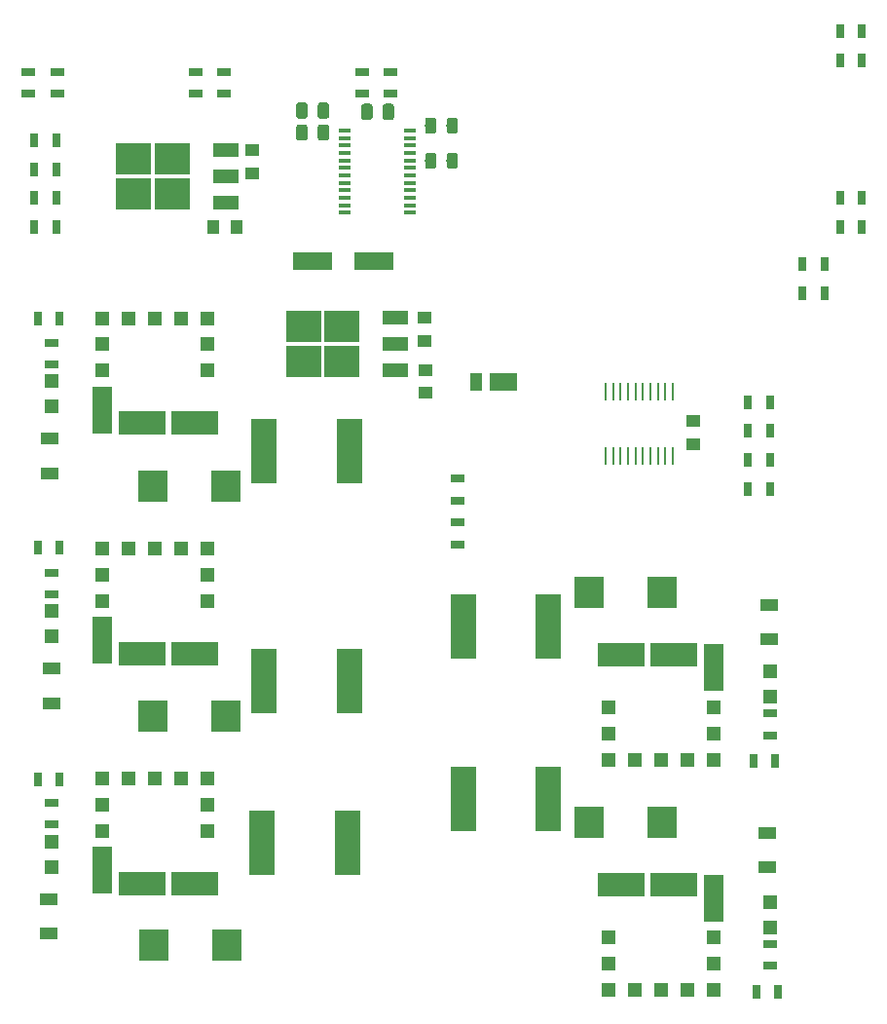
<source format=gbr>
G04 #@! TF.GenerationSoftware,KiCad,Pcbnew,(5.1.4-0-10_14)*
G04 #@! TF.CreationDate,2019-09-27T20:48:50-06:00*
G04 #@! TF.ProjectId,LED suit power,4c454420-7375-4697-9420-706f7765722e,rev?*
G04 #@! TF.SameCoordinates,Original*
G04 #@! TF.FileFunction,Paste,Top*
G04 #@! TF.FilePolarity,Positive*
%FSLAX46Y46*%
G04 Gerber Fmt 4.6, Leading zero omitted, Abs format (unit mm)*
G04 Created by KiCad (PCBNEW (5.1.4-0-10_14)) date 2019-09-27 20:48:50*
%MOMM*%
%LPD*%
G04 APERTURE LIST*
%ADD10C,0.100000*%
%ADD11C,0.975000*%
%ADD12R,1.100000X0.400000*%
%ADD13R,1.250000X1.000000*%
%ADD14R,1.050000X1.500000*%
%ADD15R,2.400000X1.500000*%
%ADD16R,0.249200X1.549200*%
%ADD17R,1.200000X1.200000*%
%ADD18R,1.300000X0.700000*%
%ADD19R,3.500000X1.600000*%
%ADD20R,0.700000X1.300000*%
%ADD21R,1.000000X1.250000*%
%ADD22R,3.050000X2.750000*%
%ADD23R,2.200000X1.200000*%
%ADD24R,1.600000X1.000000*%
%ADD25R,2.300000X5.600000*%
%ADD26R,2.550000X2.700000*%
%ADD27R,1.270000X1.270000*%
%ADD28R,4.060000X2.030000*%
%ADD29R,1.780000X4.060000*%
G04 APERTURE END LIST*
D10*
G36*
X141030142Y-113701174D02*
G01*
X141053803Y-113704684D01*
X141077007Y-113710496D01*
X141099529Y-113718554D01*
X141121153Y-113728782D01*
X141141670Y-113741079D01*
X141160883Y-113755329D01*
X141178607Y-113771393D01*
X141194671Y-113789117D01*
X141208921Y-113808330D01*
X141221218Y-113828847D01*
X141231446Y-113850471D01*
X141239504Y-113872993D01*
X141245316Y-113896197D01*
X141248826Y-113919858D01*
X141250000Y-113943750D01*
X141250000Y-114856250D01*
X141248826Y-114880142D01*
X141245316Y-114903803D01*
X141239504Y-114927007D01*
X141231446Y-114949529D01*
X141221218Y-114971153D01*
X141208921Y-114991670D01*
X141194671Y-115010883D01*
X141178607Y-115028607D01*
X141160883Y-115044671D01*
X141141670Y-115058921D01*
X141121153Y-115071218D01*
X141099529Y-115081446D01*
X141077007Y-115089504D01*
X141053803Y-115095316D01*
X141030142Y-115098826D01*
X141006250Y-115100000D01*
X140518750Y-115100000D01*
X140494858Y-115098826D01*
X140471197Y-115095316D01*
X140447993Y-115089504D01*
X140425471Y-115081446D01*
X140403847Y-115071218D01*
X140383330Y-115058921D01*
X140364117Y-115044671D01*
X140346393Y-115028607D01*
X140330329Y-115010883D01*
X140316079Y-114991670D01*
X140303782Y-114971153D01*
X140293554Y-114949529D01*
X140285496Y-114927007D01*
X140279684Y-114903803D01*
X140276174Y-114880142D01*
X140275000Y-114856250D01*
X140275000Y-113943750D01*
X140276174Y-113919858D01*
X140279684Y-113896197D01*
X140285496Y-113872993D01*
X140293554Y-113850471D01*
X140303782Y-113828847D01*
X140316079Y-113808330D01*
X140330329Y-113789117D01*
X140346393Y-113771393D01*
X140364117Y-113755329D01*
X140383330Y-113741079D01*
X140403847Y-113728782D01*
X140425471Y-113718554D01*
X140447993Y-113710496D01*
X140471197Y-113704684D01*
X140494858Y-113701174D01*
X140518750Y-113700000D01*
X141006250Y-113700000D01*
X141030142Y-113701174D01*
X141030142Y-113701174D01*
G37*
D11*
X140762500Y-114400000D03*
D10*
G36*
X142905142Y-113701174D02*
G01*
X142928803Y-113704684D01*
X142952007Y-113710496D01*
X142974529Y-113718554D01*
X142996153Y-113728782D01*
X143016670Y-113741079D01*
X143035883Y-113755329D01*
X143053607Y-113771393D01*
X143069671Y-113789117D01*
X143083921Y-113808330D01*
X143096218Y-113828847D01*
X143106446Y-113850471D01*
X143114504Y-113872993D01*
X143120316Y-113896197D01*
X143123826Y-113919858D01*
X143125000Y-113943750D01*
X143125000Y-114856250D01*
X143123826Y-114880142D01*
X143120316Y-114903803D01*
X143114504Y-114927007D01*
X143106446Y-114949529D01*
X143096218Y-114971153D01*
X143083921Y-114991670D01*
X143069671Y-115010883D01*
X143053607Y-115028607D01*
X143035883Y-115044671D01*
X143016670Y-115058921D01*
X142996153Y-115071218D01*
X142974529Y-115081446D01*
X142952007Y-115089504D01*
X142928803Y-115095316D01*
X142905142Y-115098826D01*
X142881250Y-115100000D01*
X142393750Y-115100000D01*
X142369858Y-115098826D01*
X142346197Y-115095316D01*
X142322993Y-115089504D01*
X142300471Y-115081446D01*
X142278847Y-115071218D01*
X142258330Y-115058921D01*
X142239117Y-115044671D01*
X142221393Y-115028607D01*
X142205329Y-115010883D01*
X142191079Y-114991670D01*
X142178782Y-114971153D01*
X142168554Y-114949529D01*
X142160496Y-114927007D01*
X142154684Y-114903803D01*
X142151174Y-114880142D01*
X142150000Y-114856250D01*
X142150000Y-113943750D01*
X142151174Y-113919858D01*
X142154684Y-113896197D01*
X142160496Y-113872993D01*
X142168554Y-113850471D01*
X142178782Y-113828847D01*
X142191079Y-113808330D01*
X142205329Y-113789117D01*
X142221393Y-113771393D01*
X142239117Y-113755329D01*
X142258330Y-113741079D01*
X142278847Y-113728782D01*
X142300471Y-113718554D01*
X142322993Y-113710496D01*
X142346197Y-113704684D01*
X142369858Y-113701174D01*
X142393750Y-113700000D01*
X142881250Y-113700000D01*
X142905142Y-113701174D01*
X142905142Y-113701174D01*
G37*
D11*
X142637500Y-114400000D03*
D10*
G36*
X141030142Y-115601174D02*
G01*
X141053803Y-115604684D01*
X141077007Y-115610496D01*
X141099529Y-115618554D01*
X141121153Y-115628782D01*
X141141670Y-115641079D01*
X141160883Y-115655329D01*
X141178607Y-115671393D01*
X141194671Y-115689117D01*
X141208921Y-115708330D01*
X141221218Y-115728847D01*
X141231446Y-115750471D01*
X141239504Y-115772993D01*
X141245316Y-115796197D01*
X141248826Y-115819858D01*
X141250000Y-115843750D01*
X141250000Y-116756250D01*
X141248826Y-116780142D01*
X141245316Y-116803803D01*
X141239504Y-116827007D01*
X141231446Y-116849529D01*
X141221218Y-116871153D01*
X141208921Y-116891670D01*
X141194671Y-116910883D01*
X141178607Y-116928607D01*
X141160883Y-116944671D01*
X141141670Y-116958921D01*
X141121153Y-116971218D01*
X141099529Y-116981446D01*
X141077007Y-116989504D01*
X141053803Y-116995316D01*
X141030142Y-116998826D01*
X141006250Y-117000000D01*
X140518750Y-117000000D01*
X140494858Y-116998826D01*
X140471197Y-116995316D01*
X140447993Y-116989504D01*
X140425471Y-116981446D01*
X140403847Y-116971218D01*
X140383330Y-116958921D01*
X140364117Y-116944671D01*
X140346393Y-116928607D01*
X140330329Y-116910883D01*
X140316079Y-116891670D01*
X140303782Y-116871153D01*
X140293554Y-116849529D01*
X140285496Y-116827007D01*
X140279684Y-116803803D01*
X140276174Y-116780142D01*
X140275000Y-116756250D01*
X140275000Y-115843750D01*
X140276174Y-115819858D01*
X140279684Y-115796197D01*
X140285496Y-115772993D01*
X140293554Y-115750471D01*
X140303782Y-115728847D01*
X140316079Y-115708330D01*
X140330329Y-115689117D01*
X140346393Y-115671393D01*
X140364117Y-115655329D01*
X140383330Y-115641079D01*
X140403847Y-115628782D01*
X140425471Y-115618554D01*
X140447993Y-115610496D01*
X140471197Y-115604684D01*
X140494858Y-115601174D01*
X140518750Y-115600000D01*
X141006250Y-115600000D01*
X141030142Y-115601174D01*
X141030142Y-115601174D01*
G37*
D11*
X140762500Y-116300000D03*
D10*
G36*
X142905142Y-115601174D02*
G01*
X142928803Y-115604684D01*
X142952007Y-115610496D01*
X142974529Y-115618554D01*
X142996153Y-115628782D01*
X143016670Y-115641079D01*
X143035883Y-115655329D01*
X143053607Y-115671393D01*
X143069671Y-115689117D01*
X143083921Y-115708330D01*
X143096218Y-115728847D01*
X143106446Y-115750471D01*
X143114504Y-115772993D01*
X143120316Y-115796197D01*
X143123826Y-115819858D01*
X143125000Y-115843750D01*
X143125000Y-116756250D01*
X143123826Y-116780142D01*
X143120316Y-116803803D01*
X143114504Y-116827007D01*
X143106446Y-116849529D01*
X143096218Y-116871153D01*
X143083921Y-116891670D01*
X143069671Y-116910883D01*
X143053607Y-116928607D01*
X143035883Y-116944671D01*
X143016670Y-116958921D01*
X142996153Y-116971218D01*
X142974529Y-116981446D01*
X142952007Y-116989504D01*
X142928803Y-116995316D01*
X142905142Y-116998826D01*
X142881250Y-117000000D01*
X142393750Y-117000000D01*
X142369858Y-116998826D01*
X142346197Y-116995316D01*
X142322993Y-116989504D01*
X142300471Y-116981446D01*
X142278847Y-116971218D01*
X142258330Y-116958921D01*
X142239117Y-116944671D01*
X142221393Y-116928607D01*
X142205329Y-116910883D01*
X142191079Y-116891670D01*
X142178782Y-116871153D01*
X142168554Y-116849529D01*
X142160496Y-116827007D01*
X142154684Y-116803803D01*
X142151174Y-116780142D01*
X142150000Y-116756250D01*
X142150000Y-115843750D01*
X142151174Y-115819858D01*
X142154684Y-115796197D01*
X142160496Y-115772993D01*
X142168554Y-115750471D01*
X142178782Y-115728847D01*
X142191079Y-115708330D01*
X142205329Y-115689117D01*
X142221393Y-115671393D01*
X142239117Y-115655329D01*
X142258330Y-115641079D01*
X142278847Y-115628782D01*
X142300471Y-115618554D01*
X142322993Y-115610496D01*
X142346197Y-115604684D01*
X142369858Y-115601174D01*
X142393750Y-115600000D01*
X142881250Y-115600000D01*
X142905142Y-115601174D01*
X142905142Y-115601174D01*
G37*
D11*
X142637500Y-116300000D03*
D10*
G36*
X154105142Y-118051174D02*
G01*
X154128803Y-118054684D01*
X154152007Y-118060496D01*
X154174529Y-118068554D01*
X154196153Y-118078782D01*
X154216670Y-118091079D01*
X154235883Y-118105329D01*
X154253607Y-118121393D01*
X154269671Y-118139117D01*
X154283921Y-118158330D01*
X154296218Y-118178847D01*
X154306446Y-118200471D01*
X154314504Y-118222993D01*
X154320316Y-118246197D01*
X154323826Y-118269858D01*
X154325000Y-118293750D01*
X154325000Y-119206250D01*
X154323826Y-119230142D01*
X154320316Y-119253803D01*
X154314504Y-119277007D01*
X154306446Y-119299529D01*
X154296218Y-119321153D01*
X154283921Y-119341670D01*
X154269671Y-119360883D01*
X154253607Y-119378607D01*
X154235883Y-119394671D01*
X154216670Y-119408921D01*
X154196153Y-119421218D01*
X154174529Y-119431446D01*
X154152007Y-119439504D01*
X154128803Y-119445316D01*
X154105142Y-119448826D01*
X154081250Y-119450000D01*
X153593750Y-119450000D01*
X153569858Y-119448826D01*
X153546197Y-119445316D01*
X153522993Y-119439504D01*
X153500471Y-119431446D01*
X153478847Y-119421218D01*
X153458330Y-119408921D01*
X153439117Y-119394671D01*
X153421393Y-119378607D01*
X153405329Y-119360883D01*
X153391079Y-119341670D01*
X153378782Y-119321153D01*
X153368554Y-119299529D01*
X153360496Y-119277007D01*
X153354684Y-119253803D01*
X153351174Y-119230142D01*
X153350000Y-119206250D01*
X153350000Y-118293750D01*
X153351174Y-118269858D01*
X153354684Y-118246197D01*
X153360496Y-118222993D01*
X153368554Y-118200471D01*
X153378782Y-118178847D01*
X153391079Y-118158330D01*
X153405329Y-118139117D01*
X153421393Y-118121393D01*
X153439117Y-118105329D01*
X153458330Y-118091079D01*
X153478847Y-118078782D01*
X153500471Y-118068554D01*
X153522993Y-118060496D01*
X153546197Y-118054684D01*
X153569858Y-118051174D01*
X153593750Y-118050000D01*
X154081250Y-118050000D01*
X154105142Y-118051174D01*
X154105142Y-118051174D01*
G37*
D11*
X153837500Y-118750000D03*
D10*
G36*
X152230142Y-118051174D02*
G01*
X152253803Y-118054684D01*
X152277007Y-118060496D01*
X152299529Y-118068554D01*
X152321153Y-118078782D01*
X152341670Y-118091079D01*
X152360883Y-118105329D01*
X152378607Y-118121393D01*
X152394671Y-118139117D01*
X152408921Y-118158330D01*
X152421218Y-118178847D01*
X152431446Y-118200471D01*
X152439504Y-118222993D01*
X152445316Y-118246197D01*
X152448826Y-118269858D01*
X152450000Y-118293750D01*
X152450000Y-119206250D01*
X152448826Y-119230142D01*
X152445316Y-119253803D01*
X152439504Y-119277007D01*
X152431446Y-119299529D01*
X152421218Y-119321153D01*
X152408921Y-119341670D01*
X152394671Y-119360883D01*
X152378607Y-119378607D01*
X152360883Y-119394671D01*
X152341670Y-119408921D01*
X152321153Y-119421218D01*
X152299529Y-119431446D01*
X152277007Y-119439504D01*
X152253803Y-119445316D01*
X152230142Y-119448826D01*
X152206250Y-119450000D01*
X151718750Y-119450000D01*
X151694858Y-119448826D01*
X151671197Y-119445316D01*
X151647993Y-119439504D01*
X151625471Y-119431446D01*
X151603847Y-119421218D01*
X151583330Y-119408921D01*
X151564117Y-119394671D01*
X151546393Y-119378607D01*
X151530329Y-119360883D01*
X151516079Y-119341670D01*
X151503782Y-119321153D01*
X151493554Y-119299529D01*
X151485496Y-119277007D01*
X151479684Y-119253803D01*
X151476174Y-119230142D01*
X151475000Y-119206250D01*
X151475000Y-118293750D01*
X151476174Y-118269858D01*
X151479684Y-118246197D01*
X151485496Y-118222993D01*
X151493554Y-118200471D01*
X151503782Y-118178847D01*
X151516079Y-118158330D01*
X151530329Y-118139117D01*
X151546393Y-118121393D01*
X151564117Y-118105329D01*
X151583330Y-118091079D01*
X151603847Y-118078782D01*
X151625471Y-118068554D01*
X151647993Y-118060496D01*
X151671197Y-118054684D01*
X151694858Y-118051174D01*
X151718750Y-118050000D01*
X152206250Y-118050000D01*
X152230142Y-118051174D01*
X152230142Y-118051174D01*
G37*
D11*
X151962500Y-118750000D03*
D10*
G36*
X148555142Y-113801174D02*
G01*
X148578803Y-113804684D01*
X148602007Y-113810496D01*
X148624529Y-113818554D01*
X148646153Y-113828782D01*
X148666670Y-113841079D01*
X148685883Y-113855329D01*
X148703607Y-113871393D01*
X148719671Y-113889117D01*
X148733921Y-113908330D01*
X148746218Y-113928847D01*
X148756446Y-113950471D01*
X148764504Y-113972993D01*
X148770316Y-113996197D01*
X148773826Y-114019858D01*
X148775000Y-114043750D01*
X148775000Y-114956250D01*
X148773826Y-114980142D01*
X148770316Y-115003803D01*
X148764504Y-115027007D01*
X148756446Y-115049529D01*
X148746218Y-115071153D01*
X148733921Y-115091670D01*
X148719671Y-115110883D01*
X148703607Y-115128607D01*
X148685883Y-115144671D01*
X148666670Y-115158921D01*
X148646153Y-115171218D01*
X148624529Y-115181446D01*
X148602007Y-115189504D01*
X148578803Y-115195316D01*
X148555142Y-115198826D01*
X148531250Y-115200000D01*
X148043750Y-115200000D01*
X148019858Y-115198826D01*
X147996197Y-115195316D01*
X147972993Y-115189504D01*
X147950471Y-115181446D01*
X147928847Y-115171218D01*
X147908330Y-115158921D01*
X147889117Y-115144671D01*
X147871393Y-115128607D01*
X147855329Y-115110883D01*
X147841079Y-115091670D01*
X147828782Y-115071153D01*
X147818554Y-115049529D01*
X147810496Y-115027007D01*
X147804684Y-115003803D01*
X147801174Y-114980142D01*
X147800000Y-114956250D01*
X147800000Y-114043750D01*
X147801174Y-114019858D01*
X147804684Y-113996197D01*
X147810496Y-113972993D01*
X147818554Y-113950471D01*
X147828782Y-113928847D01*
X147841079Y-113908330D01*
X147855329Y-113889117D01*
X147871393Y-113871393D01*
X147889117Y-113855329D01*
X147908330Y-113841079D01*
X147928847Y-113828782D01*
X147950471Y-113818554D01*
X147972993Y-113810496D01*
X147996197Y-113804684D01*
X148019858Y-113801174D01*
X148043750Y-113800000D01*
X148531250Y-113800000D01*
X148555142Y-113801174D01*
X148555142Y-113801174D01*
G37*
D11*
X148287500Y-114500000D03*
D10*
G36*
X146680142Y-113801174D02*
G01*
X146703803Y-113804684D01*
X146727007Y-113810496D01*
X146749529Y-113818554D01*
X146771153Y-113828782D01*
X146791670Y-113841079D01*
X146810883Y-113855329D01*
X146828607Y-113871393D01*
X146844671Y-113889117D01*
X146858921Y-113908330D01*
X146871218Y-113928847D01*
X146881446Y-113950471D01*
X146889504Y-113972993D01*
X146895316Y-113996197D01*
X146898826Y-114019858D01*
X146900000Y-114043750D01*
X146900000Y-114956250D01*
X146898826Y-114980142D01*
X146895316Y-115003803D01*
X146889504Y-115027007D01*
X146881446Y-115049529D01*
X146871218Y-115071153D01*
X146858921Y-115091670D01*
X146844671Y-115110883D01*
X146828607Y-115128607D01*
X146810883Y-115144671D01*
X146791670Y-115158921D01*
X146771153Y-115171218D01*
X146749529Y-115181446D01*
X146727007Y-115189504D01*
X146703803Y-115195316D01*
X146680142Y-115198826D01*
X146656250Y-115200000D01*
X146168750Y-115200000D01*
X146144858Y-115198826D01*
X146121197Y-115195316D01*
X146097993Y-115189504D01*
X146075471Y-115181446D01*
X146053847Y-115171218D01*
X146033330Y-115158921D01*
X146014117Y-115144671D01*
X145996393Y-115128607D01*
X145980329Y-115110883D01*
X145966079Y-115091670D01*
X145953782Y-115071153D01*
X145943554Y-115049529D01*
X145935496Y-115027007D01*
X145929684Y-115003803D01*
X145926174Y-114980142D01*
X145925000Y-114956250D01*
X145925000Y-114043750D01*
X145926174Y-114019858D01*
X145929684Y-113996197D01*
X145935496Y-113972993D01*
X145943554Y-113950471D01*
X145953782Y-113928847D01*
X145966079Y-113908330D01*
X145980329Y-113889117D01*
X145996393Y-113871393D01*
X146014117Y-113855329D01*
X146033330Y-113841079D01*
X146053847Y-113828782D01*
X146075471Y-113818554D01*
X146097993Y-113810496D01*
X146121197Y-113804684D01*
X146144858Y-113801174D01*
X146168750Y-113800000D01*
X146656250Y-113800000D01*
X146680142Y-113801174D01*
X146680142Y-113801174D01*
G37*
D11*
X146412500Y-114500000D03*
D10*
G36*
X154105142Y-115001174D02*
G01*
X154128803Y-115004684D01*
X154152007Y-115010496D01*
X154174529Y-115018554D01*
X154196153Y-115028782D01*
X154216670Y-115041079D01*
X154235883Y-115055329D01*
X154253607Y-115071393D01*
X154269671Y-115089117D01*
X154283921Y-115108330D01*
X154296218Y-115128847D01*
X154306446Y-115150471D01*
X154314504Y-115172993D01*
X154320316Y-115196197D01*
X154323826Y-115219858D01*
X154325000Y-115243750D01*
X154325000Y-116156250D01*
X154323826Y-116180142D01*
X154320316Y-116203803D01*
X154314504Y-116227007D01*
X154306446Y-116249529D01*
X154296218Y-116271153D01*
X154283921Y-116291670D01*
X154269671Y-116310883D01*
X154253607Y-116328607D01*
X154235883Y-116344671D01*
X154216670Y-116358921D01*
X154196153Y-116371218D01*
X154174529Y-116381446D01*
X154152007Y-116389504D01*
X154128803Y-116395316D01*
X154105142Y-116398826D01*
X154081250Y-116400000D01*
X153593750Y-116400000D01*
X153569858Y-116398826D01*
X153546197Y-116395316D01*
X153522993Y-116389504D01*
X153500471Y-116381446D01*
X153478847Y-116371218D01*
X153458330Y-116358921D01*
X153439117Y-116344671D01*
X153421393Y-116328607D01*
X153405329Y-116310883D01*
X153391079Y-116291670D01*
X153378782Y-116271153D01*
X153368554Y-116249529D01*
X153360496Y-116227007D01*
X153354684Y-116203803D01*
X153351174Y-116180142D01*
X153350000Y-116156250D01*
X153350000Y-115243750D01*
X153351174Y-115219858D01*
X153354684Y-115196197D01*
X153360496Y-115172993D01*
X153368554Y-115150471D01*
X153378782Y-115128847D01*
X153391079Y-115108330D01*
X153405329Y-115089117D01*
X153421393Y-115071393D01*
X153439117Y-115055329D01*
X153458330Y-115041079D01*
X153478847Y-115028782D01*
X153500471Y-115018554D01*
X153522993Y-115010496D01*
X153546197Y-115004684D01*
X153569858Y-115001174D01*
X153593750Y-115000000D01*
X154081250Y-115000000D01*
X154105142Y-115001174D01*
X154105142Y-115001174D01*
G37*
D11*
X153837500Y-115700000D03*
D10*
G36*
X152230142Y-115001174D02*
G01*
X152253803Y-115004684D01*
X152277007Y-115010496D01*
X152299529Y-115018554D01*
X152321153Y-115028782D01*
X152341670Y-115041079D01*
X152360883Y-115055329D01*
X152378607Y-115071393D01*
X152394671Y-115089117D01*
X152408921Y-115108330D01*
X152421218Y-115128847D01*
X152431446Y-115150471D01*
X152439504Y-115172993D01*
X152445316Y-115196197D01*
X152448826Y-115219858D01*
X152450000Y-115243750D01*
X152450000Y-116156250D01*
X152448826Y-116180142D01*
X152445316Y-116203803D01*
X152439504Y-116227007D01*
X152431446Y-116249529D01*
X152421218Y-116271153D01*
X152408921Y-116291670D01*
X152394671Y-116310883D01*
X152378607Y-116328607D01*
X152360883Y-116344671D01*
X152341670Y-116358921D01*
X152321153Y-116371218D01*
X152299529Y-116381446D01*
X152277007Y-116389504D01*
X152253803Y-116395316D01*
X152230142Y-116398826D01*
X152206250Y-116400000D01*
X151718750Y-116400000D01*
X151694858Y-116398826D01*
X151671197Y-116395316D01*
X151647993Y-116389504D01*
X151625471Y-116381446D01*
X151603847Y-116371218D01*
X151583330Y-116358921D01*
X151564117Y-116344671D01*
X151546393Y-116328607D01*
X151530329Y-116310883D01*
X151516079Y-116291670D01*
X151503782Y-116271153D01*
X151493554Y-116249529D01*
X151485496Y-116227007D01*
X151479684Y-116203803D01*
X151476174Y-116180142D01*
X151475000Y-116156250D01*
X151475000Y-115243750D01*
X151476174Y-115219858D01*
X151479684Y-115196197D01*
X151485496Y-115172993D01*
X151493554Y-115150471D01*
X151503782Y-115128847D01*
X151516079Y-115108330D01*
X151530329Y-115089117D01*
X151546393Y-115071393D01*
X151564117Y-115055329D01*
X151583330Y-115041079D01*
X151603847Y-115028782D01*
X151625471Y-115018554D01*
X151647993Y-115010496D01*
X151671197Y-115004684D01*
X151694858Y-115001174D01*
X151718750Y-115000000D01*
X152206250Y-115000000D01*
X152230142Y-115001174D01*
X152230142Y-115001174D01*
G37*
D11*
X151962500Y-115700000D03*
D12*
X150200000Y-116125000D03*
X150200000Y-116775000D03*
X150200000Y-117425000D03*
X150200000Y-118075000D03*
X150200000Y-118725000D03*
X150200000Y-119375000D03*
X150200000Y-120025000D03*
X150200000Y-120675000D03*
X150200000Y-121325000D03*
X150200000Y-121975000D03*
X150200000Y-122625000D03*
X150200000Y-123275000D03*
X144500000Y-123275000D03*
X144500000Y-122625000D03*
X144500000Y-121975000D03*
X144500000Y-121325000D03*
X144500000Y-120675000D03*
X144500000Y-120025000D03*
X144500000Y-119375000D03*
X144500000Y-118725000D03*
X144500000Y-118075000D03*
X144500000Y-117425000D03*
X144500000Y-116775000D03*
X144500000Y-116125000D03*
D13*
X151550000Y-138925000D03*
X151550000Y-136925000D03*
D14*
X155875000Y-138000000D03*
D15*
X158250000Y-138000000D03*
D16*
X167175000Y-144400000D03*
X167825000Y-144400000D03*
X169775000Y-138800000D03*
X170425000Y-138800000D03*
X171075000Y-138800000D03*
X171725000Y-138800000D03*
X172375000Y-138800000D03*
X173025000Y-138800000D03*
X169125000Y-138800000D03*
X168475000Y-138800000D03*
X167825000Y-138800000D03*
X167175000Y-138800000D03*
X168475000Y-144400000D03*
X169125000Y-144400000D03*
X169775000Y-144400000D03*
X170425000Y-144400000D03*
X171075000Y-144400000D03*
X171725000Y-144400000D03*
X173025000Y-144400000D03*
X172375000Y-144400000D03*
D17*
X181500000Y-185350000D03*
X181500000Y-183150000D03*
X119000000Y-160100000D03*
X119000000Y-157900000D03*
X119000000Y-137900000D03*
X119000000Y-140100000D03*
X181500000Y-163150000D03*
X181500000Y-165350000D03*
X119000000Y-177900000D03*
X119000000Y-180100000D03*
D18*
X181500000Y-168700000D03*
X181500000Y-166800000D03*
X181500000Y-186800000D03*
X181500000Y-188700000D03*
X119000000Y-174550000D03*
X119000000Y-176450000D03*
X119000000Y-156450000D03*
X119000000Y-154550000D03*
X119000000Y-134550000D03*
X119000000Y-136450000D03*
D19*
X141650000Y-127500000D03*
X147050000Y-127500000D03*
D20*
X184300000Y-130250000D03*
X186200000Y-130250000D03*
D18*
X131500000Y-112950000D03*
X131500000Y-111050000D03*
X146000000Y-111050000D03*
X146000000Y-112950000D03*
X148500000Y-112950000D03*
X148500000Y-111050000D03*
X117000000Y-111050000D03*
X117000000Y-112950000D03*
D20*
X187550000Y-122000000D03*
X189450000Y-122000000D03*
X189450000Y-107500000D03*
X187550000Y-107500000D03*
X186200000Y-127750000D03*
X184300000Y-127750000D03*
D18*
X134000000Y-111050000D03*
X134000000Y-112950000D03*
X119500000Y-112950000D03*
X119500000Y-111050000D03*
D20*
X189450000Y-124500000D03*
X187550000Y-124500000D03*
X187550000Y-110000000D03*
X189450000Y-110000000D03*
D13*
X136400000Y-117850000D03*
X136400000Y-119850000D03*
D21*
X133050000Y-124550000D03*
X135050000Y-124550000D03*
D22*
X129499999Y-118549999D03*
X126149999Y-121599999D03*
X129499999Y-121599999D03*
X126149999Y-118549999D03*
D23*
X134124999Y-117794999D03*
X134124999Y-120074999D03*
X134124999Y-122354999D03*
D13*
X174800000Y-143400000D03*
X174800000Y-141400000D03*
X151400000Y-132425000D03*
X151400000Y-134425000D03*
D18*
X154305000Y-152080000D03*
X154305000Y-150180000D03*
X154305000Y-146370000D03*
X154305000Y-148270000D03*
D23*
X148864461Y-136935109D03*
X148864461Y-134655109D03*
X148864461Y-132375109D03*
D22*
X140889461Y-133130109D03*
X144239461Y-136180109D03*
X140889461Y-136180109D03*
X144239461Y-133130109D03*
D24*
X118750000Y-185900000D03*
X118750000Y-182900000D03*
X119000000Y-162900000D03*
X119000000Y-165900000D03*
X118800000Y-142900000D03*
X118800000Y-145900000D03*
X181400000Y-160350000D03*
X181400000Y-157350000D03*
X181200000Y-180150000D03*
X181200000Y-177150000D03*
D20*
X119695000Y-172500000D03*
X117795000Y-172500000D03*
X119695000Y-152400000D03*
X117795000Y-152400000D03*
X119695000Y-132500000D03*
X117795000Y-132500000D03*
X180025000Y-170875000D03*
X181925000Y-170875000D03*
X180300000Y-191000000D03*
X182200000Y-191000000D03*
X181450000Y-139763344D03*
X179550000Y-139763344D03*
X181450000Y-142213344D03*
X179550000Y-142213344D03*
X181450000Y-144763344D03*
X179550000Y-144763344D03*
X181450000Y-147263344D03*
X179550000Y-147263344D03*
X117486223Y-124481786D03*
X119386223Y-124481786D03*
X117486223Y-121981786D03*
X119386223Y-121981786D03*
X117486223Y-119481786D03*
X119386223Y-119481786D03*
X117486223Y-116981786D03*
X119386223Y-116981786D03*
D25*
X154800000Y-159250000D03*
X162200000Y-159250000D03*
D26*
X165720000Y-176250000D03*
X172070000Y-176250000D03*
X165720000Y-156250000D03*
X172070000Y-156250000D03*
X134180000Y-147000000D03*
X127830000Y-147000000D03*
X134180000Y-167000000D03*
X127830000Y-167000000D03*
X134280000Y-186900000D03*
X127930000Y-186900000D03*
D25*
X154800000Y-174250000D03*
X162200000Y-174250000D03*
X144900000Y-144000000D03*
X137500000Y-144000000D03*
X144900000Y-164000000D03*
X137500000Y-164000000D03*
X144700000Y-178000000D03*
X137300000Y-178000000D03*
D27*
X167430000Y-186250000D03*
X176570000Y-186250000D03*
D28*
X168570000Y-181680000D03*
X173140000Y-181680000D03*
D29*
X176570000Y-182820000D03*
D27*
X167430000Y-188540000D03*
X167430000Y-190820000D03*
X169710000Y-190820000D03*
X172000000Y-190820000D03*
X174290000Y-190820000D03*
X176570000Y-190820000D03*
X176570000Y-188540000D03*
X167430000Y-166250000D03*
X176570000Y-166250000D03*
D28*
X168570000Y-161680000D03*
X173140000Y-161680000D03*
D29*
X176570000Y-162820000D03*
D27*
X167430000Y-168540000D03*
X167430000Y-170820000D03*
X169710000Y-170820000D03*
X172000000Y-170820000D03*
X174290000Y-170820000D03*
X176570000Y-170820000D03*
X176570000Y-168540000D03*
X132570000Y-137000000D03*
X123430000Y-137000000D03*
D28*
X131430000Y-141570000D03*
X126860000Y-141570000D03*
D29*
X123430000Y-140430000D03*
D27*
X132570000Y-134710000D03*
X132570000Y-132430000D03*
X130290000Y-132430000D03*
X128000000Y-132430000D03*
X125710000Y-132430000D03*
X123430000Y-132430000D03*
X123430000Y-134710000D03*
X132570000Y-157000000D03*
X123430000Y-157000000D03*
D28*
X131430000Y-161570000D03*
X126860000Y-161570000D03*
D29*
X123430000Y-160430000D03*
D27*
X132570000Y-154710000D03*
X132570000Y-152430000D03*
X130290000Y-152430000D03*
X128000000Y-152430000D03*
X125710000Y-152430000D03*
X123430000Y-152430000D03*
X123430000Y-154710000D03*
X132570000Y-177000000D03*
X123430000Y-177000000D03*
D28*
X131430000Y-181570000D03*
X126860000Y-181570000D03*
D29*
X123430000Y-180430000D03*
D27*
X132570000Y-174710000D03*
X132570000Y-172430000D03*
X130290000Y-172430000D03*
X128000000Y-172430000D03*
X125710000Y-172430000D03*
X123430000Y-172430000D03*
X123430000Y-174710000D03*
M02*

</source>
